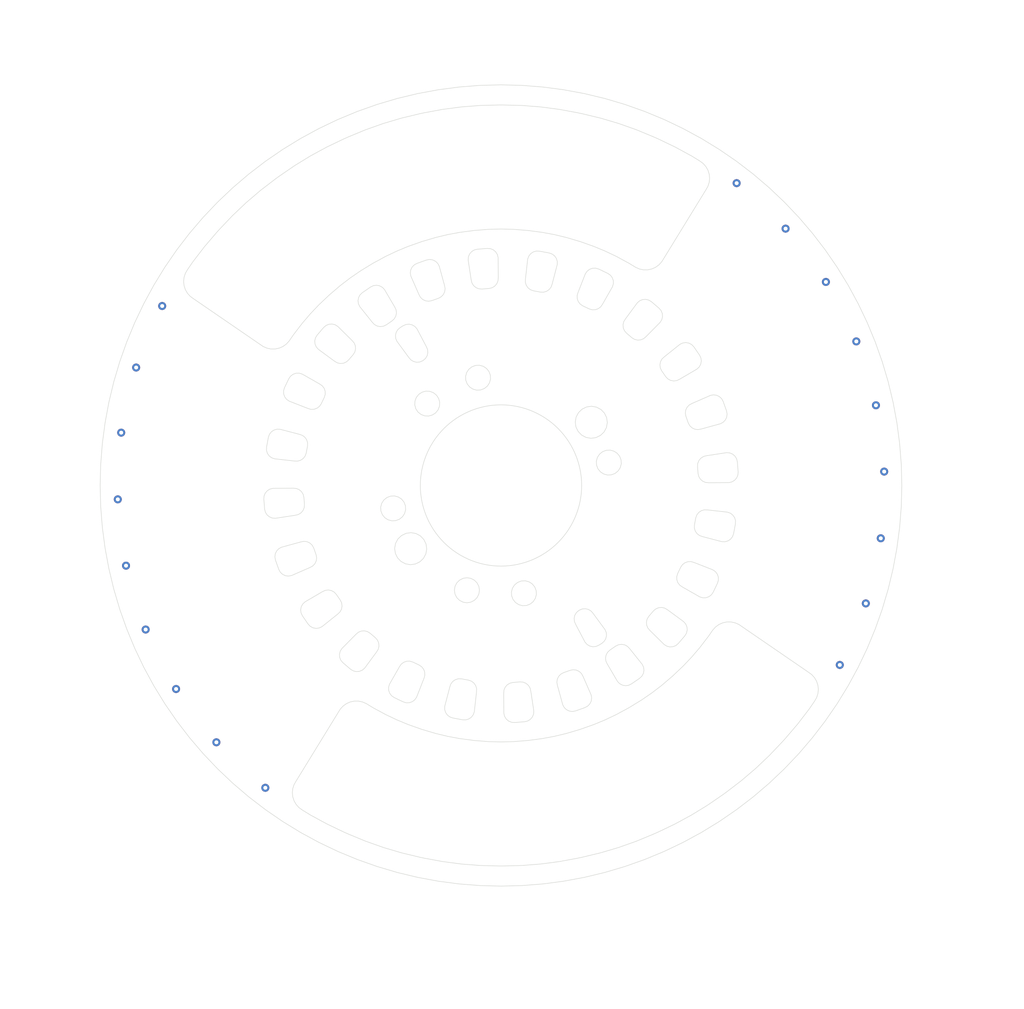
<source format=kicad_pcb>
(kicad_pcb (version 20210722) (generator pcbnew)

  (general
    (thickness 1.6)
  )

  (paper "A4")
  (layers
    (0 "F.Cu" signal)
    (31 "B.Cu" signal)
    (32 "B.Adhes" user "B.Adhesive")
    (33 "F.Adhes" user "F.Adhesive")
    (34 "B.Paste" user)
    (35 "F.Paste" user)
    (36 "B.SilkS" user "B.Silkscreen")
    (37 "F.SilkS" user "F.Silkscreen")
    (38 "B.Mask" user)
    (39 "F.Mask" user)
    (44 "Edge.Cuts" user)
    (45 "Margin" user)
    (46 "B.CrtYd" user "B.Courtyard")
    (47 "F.CrtYd" user "F.Courtyard")
    (48 "B.Fab" user)
    (49 "F.Fab" user)
    (57 "User.8" user)
  )

  (setup
    (stackup
      (layer "F.SilkS" (type "Top Silk Screen"))
      (layer "F.Paste" (type "Top Solder Paste"))
      (layer "F.Mask" (type "Top Solder Mask") (color "Green") (thickness 0.01))
      (layer "F.Cu" (type "copper") (thickness 0.035))
      (layer "dielectric 1" (type "core") (thickness 1.51) (material "FR4") (epsilon_r 4.5) (loss_tangent 0.02))
      (layer "B.Cu" (type "copper") (thickness 0.035))
      (layer "B.Mask" (type "Bottom Solder Mask") (color "Green") (thickness 0.01))
      (layer "B.Paste" (type "Bottom Solder Paste"))
      (layer "B.SilkS" (type "Bottom Silk Screen"))
      (copper_finish "None")
      (dielectric_constraints no)
    )
    (pad_to_mask_clearance 0)
    (aux_axis_origin 139.9668 89.966)
    (grid_origin 139.9668 89.966)
    (pcbplotparams
      (layerselection 0x00010fc_ffffffff)
      (disableapertmacros false)
      (usegerberextensions false)
      (usegerberattributes true)
      (usegerberadvancedattributes true)
      (creategerberjobfile true)
      (svguseinch false)
      (svgprecision 6)
      (excludeedgelayer true)
      (plotframeref false)
      (viasonmask false)
      (mode 1)
      (useauxorigin false)
      (hpglpennumber 1)
      (hpglpenspeed 20)
      (hpglpendiameter 15.000000)
      (dxfpolygonmode true)
      (dxfimperialunits true)
      (dxfusepcbnewfont true)
      (psnegative false)
      (psa4output false)
      (plotreference true)
      (plotvalue true)
      (plotinvisibletext false)
      (sketchpadsonfab false)
      (subtractmaskfromsilk false)
      (outputformat 1)
      (mirror false)
      (drillshape 0)
      (scaleselection 1)
      (outputdirectory "")
    )
  )

  (net 0 "")
  (net 1 "GND")

  (gr_rect (start 91.9568 41.606) (end 187.2068 132.706) (layer "B.Mask") (width 0.15) (fill solid) (tstamp 5c29986e-d0b2-4b61-af9b-5eab60f193ce))
  (gr_rect (start 91.8068 41.756) (end 187.0568 133.056) (layer "F.Mask") (width 0.15) (fill solid) (tstamp 038ad88a-730c-4f0c-9915-db1f41bedc73))
  (gr_poly locked
    (pts

      (xy 160.430587 89.701976)
      (xy 160.14149 89.582244)
      (xy 159.903591 89.379055)
      (xy 159.740089 89.112289)
      (xy 159.667087 88.808063)
      (xy 159.611389 88.100631)
      (xy 159.63599 87.788722)
      (xy 159.755687 87.499671)
      (xy 159.958889 87.26176)
      (xy 160.225688 87.098293)
      (xy 160.529888 87.025253)
      (xy 162.512386 86.72388)
      (xy 162.824291 86.748432)
      (xy 163.113288 86.868164)
      (xy 163.351188 87.071353)
      (xy 163.51469 87.338111)
      (xy 163.587688 87.642341)
      (xy 163.666088 88.638683)
      (xy 163.64159 88.95058)
      (xy 163.521888 89.239639)
      (xy 163.318691 89.477546)
      (xy 163.051891 89.641021)
      (xy 162.747688 89.714057)
      (xy 160.742488 89.726524)
      (xy 160.430587 89.701976)
    ) (layer "Edge.Cuts") (width 0.049999) (fill none) (tstamp 01bf519c-cbf5-49e1-b2e1-e61d62d3060d))
  (gr_poly locked
    (pts

      (xy 148.854362 106.031688)
      (xy 148.586181 105.870586)
      (xy 148.38092 105.634487)
      (xy 147.448303 103.85889)
      (xy 147.326053 103.570888)
      (xy 147.298782 103.259193)
      (xy 147.369163 102.954391)
      (xy 147.530303 102.686191)
      (xy 147.766433 102.480892)
      (xy 147.813182 102.45169)
      (xy 148.101173 102.32949)
      (xy 148.412853 102.302192)
      (xy 148.7177 102.372592)
      (xy 148.985881 102.533691)
      (xy 149.191143 102.76979)
      (xy 150.378192 104.386386)
      (xy 150.500492 104.674388)
      (xy 150.527694 104.986087)
      (xy 150.45729 105.290988)
      (xy 150.296192 105.559089)
      (xy 150.060092 105.764389)
      (xy 149.758892 105.952587)
      (xy 149.470893 106.074787)
      (xy 149.15921 106.102088)
      (xy 148.854362 106.031688)
    ) (layer "Edge.Cuts") (width 0.049999) (fill none) (tstamp 055049d0-6ccf-45e1-9b72-534091027715))
  (gr_poly locked
    (pts

      (xy 128.731994 93.428951)
      (xy 128.403993 93.215953)
      (xy 128.157793 92.912021)
      (xy 128.017694 92.546913)
      (xy 127.997194 92.15636)
      (xy 128.098394 91.778602)
      (xy 128.311395 91.450611)
      (xy 128.615394 91.20449)
      (xy 128.980493 91.064331)
      (xy 129.370994 91.043872)
      (xy 129.748794 91.145092)
      (xy 130.076784 91.358093)
      (xy 130.322904 91.662021)
      (xy 130.463054 92.027133)
      (xy 130.483524 92.417682)
      (xy 130.382303 92.79544)
      (xy 130.169303 93.123432)
      (xy 129.865394 93.369552)
      (xy 129.500295 93.5097)
      (xy 129.109693 93.530174)
      (xy 128.731994 93.428951)
    ) (layer "Edge.Cuts") (width 0.049999) (fill none) (tstamp 066a476c-e6b2-4c78-9db0-539bfca773ec))
  (gr_poly locked
    (pts

      (xy 132.379661 83.04808)
      (xy 132.014553 82.907932)
      (xy 131.710624 82.661811)
      (xy 131.497625 82.333824)
      (xy 131.396404 81.956064)
      (xy 131.416873 81.565515)
      (xy 131.557024 81.200403)
      (xy 131.803144 80.896474)
      (xy 132.131134 80.683473)
      (xy 132.508892 80.582254)
      (xy 132.89944 80.602714)
      (xy 133.264553 80.742874)
      (xy 133.568481 80.988985)
      (xy 133.781494 81.316984)
      (xy 133.882713 81.694744)
      (xy 133.862243 82.085292)
      (xy 133.722091 82.450401)
      (xy 133.475971 82.754333)
      (xy 133.147972 82.96733)
      (xy 132.77021 83.068553)
      (xy 132.379661 83.04808)
    ) (layer "Edge.Cuts") (width 0.049999) (fill none) (tstamp 1b1fd22c-9a2f-48ad-99a7-a99c109585bb))
  (gr_poly locked
    (pts

      (xy 118.484796 99.00727)
      (xy 118.202396 98.872581)
      (xy 117.975496 98.657211)
      (xy 117.826196 98.382263)
      (xy 117.492595 97.440162)
      (xy 117.435596 97.132534)
      (xy 117.476396 96.822341)
      (xy 117.611095 96.539951)
      (xy 117.826496 96.313003)
      (xy 118.101396 96.163711)
      (xy 120.035097 95.63269)
      (xy 120.342695 95.575672)
      (xy 120.652896 95.616512)
      (xy 120.935297 95.751201)
      (xy 121.162197 95.966571)
      (xy 121.311496 96.241523)
      (xy 121.548397 96.910442)
      (xy 121.605396 97.218082)
      (xy 121.564596 97.52827)
      (xy 121.429895 97.810661)
      (xy 121.214496 98.037601)
      (xy 120.939596 98.186893)
      (xy 119.102695 98.991104)
      (xy 118.794996 99.04811)
      (xy 118.484796 99.00727)
    ) (layer "Edge.Cuts") (width 0.049999) (fill none) (tstamp 24751bca-2e60-466d-a162-6bba925d5d86))
  (gr_poly locked
    (pts

      (xy 137.788722 70.363996)
      (xy 137.499671 70.244297)
      (xy 137.26176 70.041095)
      (xy 137.098293 69.774295)
      (xy 137.025253 69.470096)
      (xy 136.72388 67.487596)
      (xy 136.748432 67.175695)
      (xy 136.868164 66.886695)
      (xy 137.071353 66.648796)
      (xy 137.338111 66.485296)
      (xy 137.642341 66.412296)
      (xy 138.638683 66.333896)
      (xy 138.95058 66.358396)
      (xy 139.239639 66.478096)
      (xy 139.477546 66.681295)
      (xy 139.641021 66.948095)
      (xy 139.714057 67.252296)
      (xy 139.726524 69.257495)
      (xy 139.701976 69.569396)
      (xy 139.582244 69.858495)
      (xy 139.379055 70.096395)
      (xy 139.112289 70.259895)
      (xy 138.808063 70.332895)
      (xy 138.100631 70.388595)
      (xy 137.788722 70.363996)
    ) (layer "Edge.Cuts") (width 0.049999) (fill none) (tstamp 38b86aa0-2975-4904-a793-ea4629aa9585))
  (gr_poly locked
    (pts

      (xy 131.282285 77.627393)
      (xy 131.014104 77.466295)
      (xy 130.808843 77.230194)
      (xy 129.621793 75.613595)
      (xy 129.499494 75.325595)
      (xy 129.472293 75.013896)
      (xy 129.542694 74.708995)
      (xy 129.703794 74.440895)
      (xy 129.939893 74.235595)
      (xy 130.241094 74.047397)
      (xy 130.529094 73.925195)
      (xy 130.840774 73.897895)
      (xy 131.145624 73.968296)
      (xy 131.413805 74.129396)
      (xy 131.619064 74.365497)
      (xy 132.551681 76.141096)
      (xy 132.673931 76.429096)
      (xy 132.701202 76.740793)
      (xy 132.630821 77.045595)
      (xy 132.46968 77.313795)
      (xy 132.233551 77.519094)
      (xy 132.186801 77.548294)
      (xy 131.898813 77.670494)
      (xy 131.587133 77.697793)
      (xy 131.282285 77.627393)
    ) (layer "Edge.Cuts") (width 0.049999) (fill none) (tstamp 3ed5861f-bccf-4f55-85d7-b1c6b151082f))
  (gr_poly locked
    (pts

      (xy 139.790935 127.988983)
      (xy 137.906841 127.939682)
      (xy 136.027912 127.791786)
      (xy 134.159294 127.545783)
      (xy 132.306114 127.202384)
      (xy 131.897144 127.115386)
      (xy 130.064474 126.675384)
      (xy 128.257394 126.140083)
      (xy 126.480695 125.510986)
      (xy 124.739395 124.789688)
      (xy 124.357496 124.619689)
      (xy 122.656295 123.808288)
      (xy 122.145896 123.531082)
      (xy 122.094696 123.50328)
      (xy 121.941295 123.419982)
      (xy 121.685997 123.281486)
      (xy 121.329696 123.087982)
      (xy 120.999996 122.908981)
      (xy 120.883996 122.837882)
      (xy 120.375597 122.526382)
      (xy 120.179796 122.40628)
      (xy 119.841495 122.160583)
      (xy 119.561796 121.849884)
      (xy 119.352695 121.487785)
      (xy 119.223495 121.090087)
      (xy 119.179796 120.674285)
      (xy 119.223495 120.258483)
      (xy 119.352695 119.860786)
      (xy 119.561796 119.498687)
      (xy 119.795597 119.117485)
      (xy 120.194496 118.467384)
      (xy 120.643196 117.736083)
      (xy 121.140596 116.925483)
      (xy 121.685195 116.037887)
      (xy 122.275495 115.075683)
      (xy 122.909996 114.041488)
      (xy 123.586896 112.93819)
      (xy 123.953096 112.341388)
      (xy 124.232894 112.030689)
      (xy 124.571197 111.784889)
      (xy 124.953096 111.614788)
      (xy 125.362094 111.527889)
      (xy 125.780197 111.527889)
      (xy 126.189197 111.614788)
      (xy 126.571197 111.784889)
      (xy 127.199995 112.170188)
      (xy 128.469894 112.859687)
      (xy 129.585294 113.391788)
      (xy 130.727075 113.864688)
      (xy 132.08916 114.346984)
      (xy 133.47462 114.757385)
      (xy 134.676303 115.045883)
      (xy 135.891464 115.271186)
      (xy 137.324062 115.459785)
      (xy 138.764572 115.573081)
      (xy 140 115.605484)
      (xy 141.235412 115.573081)
      (xy 142.675922 115.459785)
      (xy 144.10852 115.271186)
      (xy 145.323673 115.045883)
      (xy 146.525363 114.757385)
      (xy 147.910823 114.346984)
      (xy 149.272911 113.864688)
      (xy 150.414691 113.391788)
      (xy 151.53009 112.859687)
      (xy 152.799991 112.170188)
      (xy 154.031986 111.415287)
      (xy 155.050487 110.71529)
      (xy 156.030986 109.962886)
      (xy 157.129688 109.024486)
      (xy 158.17789 108.029888)
      (xy 159.028591 107.133388)
      (xy 159.831188 106.193691)
      (xy 160.710788 105.04729)
      (xy 161.128589 104.439487)
      (xy 161.40829 104.128787)
      (xy 161.746585 103.882987)
      (xy 162.128589 103.712989)
      (xy 162.537487 103.625988)
      (xy 162.955688 103.625988)
      (xy 163.364589 103.712989)
      (xy 163.746585 103.882987)
      (xy 164.323883 104.279289)
      (xy 165.390983 105.01189)
      (xy 166.391281 105.698589)
      (xy 167.321983 106.33749)
      (xy 168.18048 106.926788)
      (xy 168.964584 107.465087)
      (xy 169.671981 107.950687)
      (xy 170.300781 108.382289)
      (xy 170.669486 108.635387)
      (xy 171.007682 108.881191)
      (xy 171.287483 109.19189)
      (xy 171.496582 109.553989)
      (xy 171.625785 109.951686)
      (xy 171.669486 110.367488)
      (xy 171.625785 110.78329)
      (xy 171.496582 111.180988)
      (xy 171.287483 111.543087)
      (xy 171.157386 111.732387)
      (xy 170.819686 112.22369)
      (xy 170.742584 112.335788)
      (xy 170.514183 112.633487)
      (xy 170.267387 112.955188)
      (xy 170.090583 113.185588)
      (xy 169.984382 113.324089)
      (xy 169.948883 113.370288)
      (xy 169.595283 113.831089)
      (xy 168.371185 115.264282)
      (xy 168.091484 115.574981)
      (xy 166.794082 116.942085)
      (xy 165.426986 118.239486)
      (xy 163.993785 119.463485)
      (xy 162.498489 120.610885)
      (xy 162.160289 120.856689)
      (xy 160.60699 121.924186)
      (xy 158.999988 122.908981)
      (xy 157.343688 123.808288)
      (xy 155.64249 124.619689)
      (xy 155.260589 124.789688)
      (xy 153.51929 125.510986)
      (xy 151.742591 126.140083)
      (xy 149.935512 126.675384)
      (xy 148.102844 127.115386)
      (xy 147.69387 127.202384)
      (xy 145.84069 127.545783)
      (xy 143.972072 127.791786)
      (xy 142.093143 127.939682)
      (xy 140.209049 127.988983)
      (xy 139.790935 127.988983)
    ) (layer "Edge.Cuts") (width 0.049999) (fill none) (tstamp 42aba98f-33d1-4a59-9e75-c7fed38d48c6))
  (gr_poly locked
    (pts

      (xy 123.646495 77.750093)
      (xy 123.379695 77.586595)
      (xy 121.764795 76.397895)
      (xy 121.561595 76.159996)
      (xy 121.441896 75.870996)
      (xy 121.417295 75.559097)
      (xy 121.490396 75.254795)
      (xy 121.653795 74.988096)
      (xy 122.302896 74.228096)
      (xy 122.540796 74.024896)
      (xy 122.829896 73.905195)
      (xy 123.141796 73.880596)
      (xy 123.445995 73.953695)
      (xy 123.712795 74.117095)
      (xy 125.139495 75.526195)
      (xy 125.342697 75.764095)
      (xy 125.462396 76.053195)
      (xy 125.486896 76.365097)
      (xy 125.413896 76.669294)
      (xy 125.250396 76.936094)
      (xy 124.789596 77.475694)
      (xy 124.551696 77.678894)
      (xy 124.262596 77.798593)
      (xy 123.950696 77.823095)
      (xy 123.646495 77.750093)
    ) (layer "Edge.Cuts") (width 0.049999) (fill none) (tstamp 455d1b75-0370-49cd-adb5-27665ac8a5e4))
  (gr_poly locked
    (pts

      (xy 136.172351 113.394187)
      (xy 135.189662 113.212085)
      (xy 134.894741 113.107585)
      (xy 134.646533 112.917186)
      (xy 134.469322 112.65929)
      (xy 134.380462 112.359287)
      (xy 134.388652 112.046588)
      (xy 134.895591 110.106487)
      (xy 135.00003 109.811588)
      (xy 135.19049 109.563289)
      (xy 135.448333 109.386089)
      (xy 135.748321 109.29729)
      (xy 136.06108 109.305488)
      (xy 136.758823 109.434787)
      (xy 137.053741 109.539188)
      (xy 137.301963 109.729686)
      (xy 137.479171 109.987487)
      (xy 137.568031 110.287487)
      (xy 137.559841 110.600288)
      (xy 137.337841 112.593189)
      (xy 137.233402 112.888088)
      (xy 137.042942 113.136287)
      (xy 136.785102 113.313488)
      (xy 136.485111 113.402385)
      (xy 136.172351 113.394187)
    ) (layer "Edge.Cuts") (width 0.049999) (fill none) (tstamp 45e676b4-8bb7-45d7-81dc-3f5dfd178413))
  (gr_poly locked
    (pts

      (xy 152.111793 109.933288)
      (xy 151.836791 109.784088)
      (xy 151.62149 109.557086)
      (xy 150.608093 107.826786)
      (xy 150.473392 107.544387)
      (xy 150.432491 107.234188)
      (xy 150.489593 106.926586)
      (xy 150.638793 106.651588)
      (xy 150.865791 106.43629)
      (xy 151.450592 106.03429)
      (xy 151.732994 105.899589)
      (xy 152.04319 105.858787)
      (xy 152.350791 105.91579)
      (xy 152.625793 106.06509)
      (xy 152.841091 106.291988)
      (xy 154.093387 107.858188)
      (xy 154.228088 108.14059)
      (xy 154.268886 108.450786)
      (xy 154.211887 108.758388)
      (xy 154.062587 109.03339)
      (xy 153.835689 109.24879)
      (xy 153.011993 109.814788)
      (xy 152.729591 109.949489)
      (xy 152.419391 109.99039)
      (xy 152.111793 109.933288)
    ) (layer "Edge.Cuts") (width 0.049999) (fill none) (tstamp 4a49bbd4-83db-4af2-92e8-9aa3bda0ae7b))
  (gr_poly locked
    (pts

      (xy 141.049404 113.64159)
      (xy 140.760345 113.521888)
      (xy 140.522438 113.318691)
      (xy 140.358963 113.051891)
      (xy 140.285926 112.747688)
      (xy 140.27346 110.742488)
      (xy 140.298007 110.430587)
      (xy 140.417739 110.14149)
      (xy 140.620929 109.903591)
      (xy 140.887695 109.740089)
      (xy 141.191921 109.667087)
      (xy 141.899353 109.611389)
      (xy 142.211261 109.63599)
      (xy 142.500312 109.755687)
      (xy 142.738224 109.958889)
      (xy 142.901691 110.225688)
      (xy 142.974731 110.529888)
      (xy 143.276103 112.512386)
      (xy 143.251552 112.824291)
      (xy 143.13182 113.113288)
      (xy 142.92863 113.351188)
      (xy 142.661872 113.51469)
      (xy 142.357643 113.587688)
      (xy 141.361301 113.666088)
      (xy 141.049404 113.64159)
    ) (layer "Edge.Cuts") (width 0.049999) (fill none) (tstamp 4ee79663-a181-46c5-855a-486cb2d14c8a))
  (gr_poly locked
    (pts

      (xy 119.399696 87.559841)
      (xy 117.406795 87.337841)
      (xy 117.111896 87.233402)
      (xy 116.863697 87.042942)
      (xy 116.686496 86.785102)
      (xy 116.597597 86.485111)
      (xy 116.605796 86.172351)
      (xy 116.787897 85.189662)
      (xy 116.892396 84.894741)
      (xy 117.082796 84.646533)
      (xy 117.340696 84.469322)
      (xy 117.640695 84.380462)
      (xy 117.953395 84.388652)
      (xy 119.893495 84.895591)
      (xy 120.188396 85.00003)
      (xy 120.436697 85.19049)
      (xy 120.613895 85.448333)
      (xy 120.702695 85.748321)
      (xy 120.694496 86.06108)
      (xy 120.565196 86.758823)
      (xy 120.460796 87.053741)
      (xy 120.270296 87.301963)
      (xy 120.012496 87.479171)
      (xy 119.712495 87.568031)
      (xy 119.399696 87.559841)
    ) (layer "Edge.Cuts") (width 0.049999) (fill none) (tstamp 57761186-88b7-4de7-b1f4-f5032a59d369))
  (gr_poly locked
    (pts

      (xy 156.926586 79.510393)
      (xy 156.651588 79.361194)
      (xy 156.43629 79.134195)
      (xy 156.03429 78.549394)
      (xy 155.899589 78.266994)
      (xy 155.858787 77.956794)
      (xy 155.91579 77.649194)
      (xy 156.06509 77.374193)
      (xy 156.291988 77.158895)
      (xy 157.858188 75.906597)
      (xy 158.14059 75.771896)
      (xy 158.450786 75.731096)
      (xy 158.758388 75.788097)
      (xy 159.03339 75.937397)
      (xy 159.24879 76.164295)
      (xy 159.814788 76.987993)
      (xy 159.949489 77.270395)
      (xy 159.99039 77.580595)
      (xy 159.933288 77.888193)
      (xy 159.784088 78.163194)
      (xy 159.557086 78.378494)
      (xy 157.826786 79.391893)
      (xy 157.544387 79.526594)
      (xy 157.234188 79.567495)
      (xy 156.926586 79.510393)
    ) (layer "Edge.Cuts") (width 0.049999) (fill none) (tstamp 60fd6147-a525-4600-8486-317ee6a12371))
  (gr_poly locked
    (pts

      (xy 143.938903 70.694496)
      (xy 143.241161 70.565196)
      (xy 142.946243 70.460796)
      (xy 142.69802 70.270296)
      (xy 142.520812 70.012496)
      (xy 142.431953 69.712495)
      (xy 142.440143 69.399696)
      (xy 142.662143 67.406795)
      (xy 142.766582 67.111896)
      (xy 142.957042 66.863697)
      (xy 143.214881 66.686496)
      (xy 143.514873 66.597597)
      (xy 143.827632 66.605796)
      (xy 144.810321 66.787897)
      (xy 145.105243 66.892396)
      (xy 145.35345 67.082796)
      (xy 145.530662 67.340696)
      (xy 145.619522 67.640695)
      (xy 145.611331 67.953395)
      (xy 145.104393 69.893495)
      (xy 144.999954 70.188396)
      (xy 144.809494 70.436697)
      (xy 144.551651 70.613895)
      (xy 144.251663 70.702695)
      (xy 143.938903 70.694496)
    ) (layer "Edge.Cuts") (width 0.049999) (fill none) (tstamp 655d7c30-d635-48a1-b0af-61e7a3dd3801))
  (gr_poly locked
    (pts

      (xy 141.778602 101.901592)
      (xy 141.450611 101.688591)
      (xy 141.20449 101.38459)
      (xy 141.064331 101.019493)
      (xy 141.043872 100.62899)
      (xy 141.145092 100.25119)
      (xy 141.358093 99.923202)
      (xy 141.662021 99.677082)
      (xy 142.027133 99.536933)
      (xy 142.417682 99.516464)
      (xy 142.79544 99.617683)
      (xy 143.123432 99.83068)
      (xy 143.369552 100.13459)
      (xy 143.5097 100.499691)
      (xy 143.530174 100.890293)
      (xy 143.428951 101.26799)
      (xy 143.215953 101.595993)
      (xy 142.912021 101.842193)
      (xy 142.546913 101.982292)
      (xy 142.15636 102.002792)
      (xy 141.778602 101.901592)
    ) (layer "Edge.Cuts") (width 0.049999) (fill none) (tstamp 67843b95-6220-4be5-b535-b31517dff242))
  (gr_poly locked
    (pts

      (xy 162.046588 95.611331)
      (xy 160.106487 95.104393)
      (xy 159.811588 94.999954)
      (xy 159.563289 94.809494)
      (xy 159.386089 94.551651)
      (xy 159.29729 94.251663)
      (xy 159.305488 93.938903)
      (xy 159.434787 93.241161)
      (xy 159.539188 92.946243)
      (xy 159.729686 92.69802)
      (xy 159.987487 92.520812)
      (xy 160.287487 92.431953)
      (xy 160.600288 92.440143)
      (xy 162.593189 92.662143)
      (xy 162.888088 92.766582)
      (xy 163.136287 92.957042)
      (xy 163.313488 93.214881)
      (xy 163.402385 93.514873)
      (xy 163.394187 93.827632)
      (xy 163.212085 94.810321)
      (xy 163.107585 95.105243)
      (xy 162.917186 95.35345)
      (xy 162.65929 95.530662)
      (xy 162.359287 95.619522)
      (xy 162.046588 95.611331)
    ) (layer "Edge.Cuts") (width 0.049999) (fill none) (tstamp 68a57cd8-4acd-45b6-bedf-e104d695e0a3))
  (gr_poly locked
    (pts

      (xy 153.330692 75.413896)
      (xy 153.063892 75.250396)
      (xy 152.524291 74.789596)
      (xy 152.32109 74.551696)
      (xy 152.201393 74.262596)
      (xy 152.176891 73.950696)
      (xy 152.249893 73.646495)
      (xy 152.413391 73.379695)
      (xy 153.602088 71.764795)
      (xy 153.839988 71.561595)
      (xy 154.128986 71.441896)
      (xy 154.440887 71.417295)
      (xy 154.745189 71.490396)
      (xy 155.01189 71.653795)
      (xy 155.771888 72.302896)
      (xy 155.975086 72.540796)
      (xy 156.094791 72.829896)
      (xy 156.119388 73.141796)
      (xy 156.046291 73.445995)
      (xy 155.882888 73.712795)
      (xy 154.473789 75.139495)
      (xy 154.235889 75.342697)
      (xy 153.946788 75.462396)
      (xy 153.634887 75.486896)
      (xy 153.330692 75.413896)
    ) (layer "Edge.Cuts") (width 0.049999) (fill none) (tstamp 888f41e7-0f87-4c49-8e9c-3adcfbf901be))
  (gr_poly locked
    (pts

      (xy 146.822341 112.523586)
      (xy 146.539951 112.388889)
      (xy 146.313003 112.173488)
      (xy 146.163711 111.898586)
      (xy 145.63269 109.964885)
      (xy 145.575672 109.657291)
      (xy 145.616512 109.347087)
      (xy 145.751201 109.064685)
      (xy 145.966571 108.837787)
      (xy 146.241523 108.688488)
      (xy 146.910442 108.451587)
      (xy 147.218082 108.394588)
      (xy 147.52827 108.43539)
      (xy 147.810661 108.570087)
      (xy 148.037601 108.785488)
      (xy 148.186893 109.06039)
      (xy 148.991104 110.897289)
      (xy 149.04811 111.20499)
      (xy 149.00727 111.515186)
      (xy 148.872581 111.797588)
      (xy 148.657211 112.024486)
      (xy 148.382263 112.173786)
      (xy 147.440162 112.507389)
      (xy 147.132534 112.564388)
      (xy 146.822341 112.523586)
    ) (layer "Edge.Cuts") (width 0.049999) (fill none) (tstamp 8f138abf-5be4-4fcd-b9e5-7fb9d3339c36))
  (gr_poly locked
    (pts

      (xy 159.84299 101.12619)
      (xy 158.100288 100.134391)
      (xy 157.842388 99.957191)
      (xy 157.651889 99.708984)
      (xy 157.547489 99.414051)
      (xy 157.539287 99.101291)
      (xy 157.628189 98.801311)
      (xy 157.933689 98.160812)
      (xy 158.110889 97.902973)
      (xy 158.359088 97.712501)
      (xy 158.653987 97.60807)
      (xy 158.966789 97.599884)
      (xy 159.266788 97.688743)
      (xy 161.134288 98.418972)
      (xy 161.392189 98.596183)
      (xy 161.582588 98.844402)
      (xy 161.687088 99.13932)
      (xy 161.695285 99.452091)
      (xy 161.606388 99.752071)
      (xy 161.17609 100.65409)
      (xy 160.998889 100.911991)
      (xy 160.75069 101.102493)
      (xy 160.455787 101.206893)
      (xy 160.142986 101.215091)
      (xy 159.84299 101.12619)
    ) (layer "Edge.Cuts") (width 0.049999) (fill none) (tstamp 923d1216-1522-4269-8f66-5749b06c752f))
  (gr_poly locked
    (pts

      (xy 148.801311 72.371795)
      (xy 148.160812 72.066295)
      (xy 147.902973 71.889095)
      (xy 147.712501 71.640895)
      (xy 147.60807 71.345996)
      (xy 147.599884 71.033195)
      (xy 147.688743 70.733196)
      (xy 148.418972 68.865695)
      (xy 148.596183 68.607795)
      (xy 148.844402 68.417396)
      (xy 149.13932 68.312896)
      (xy 149.452091 68.304697)
      (xy 149.752071 68.393596)
      (xy 150.65409 68.823896)
      (xy 150.911991 69.001096)
      (xy 151.102493 69.249296)
      (xy 151.206893 69.544197)
      (xy 151.215091 69.856996)
      (xy 151.12619 70.156995)
      (xy 150.134391 71.899696)
      (xy 149.957191 72.157596)
      (xy 149.708984 72.348096)
      (xy 149.414051 72.452495)
      (xy 149.101291 72.460695)
      (xy 148.801311 72.371795)
    ) (layer "Edge.Cuts") (width 0.049999) (fill none) (tstamp 96c5d48a-a3b9-460b-8a4a-9cbfc1796de0))
  (gr_poly locked
    (pts

      (xy 125.254795 108.509586)
      (xy 124.988096 108.346187)
      (xy 124.228096 107.697086)
      (xy 124.024896 107.459186)
      (xy 123.905195 107.170085)
      (xy 123.880596 106.858188)
      (xy 123.953695 106.553989)
      (xy 124.117095 106.287189)
      (xy 125.526195 104.860488)
      (xy 125.764095 104.657287)
      (xy 126.053195 104.537586)
      (xy 126.365097 104.513088)
      (xy 126.669294 104.586086)
      (xy 126.936094 104.749588)
      (xy 127.475694 105.210388)
      (xy 127.678894 105.448287)
      (xy 127.798593 105.737388)
      (xy 127.823095 106.049289)
      (xy 127.750093 106.353488)
      (xy 127.586595 106.620288)
      (xy 126.397895 108.235187)
      (xy 126.159996 108.438388)
      (xy 125.870996 108.558086)
      (xy 125.559097 108.582691)
      (xy 125.254795 108.509586)
    ) (layer "Edge.Cuts") (width 0.049999) (fill none) (tstamp 9ad55c1a-52e4-4b70-adf5-7382893cfaa1))
  (gr_poly locked
    (pts

      (xy 159.347087 84.383472)
      (xy 159.064685 84.248783)
      (xy 158.837787 84.033412)
      (xy 158.688488 83.75846)
      (xy 158.451587 83.089542)
      (xy 158.394588 82.781902)
      (xy 158.43539 82.471714)
      (xy 158.570087 82.189323)
      (xy 158.785488 81.962385)
      (xy 159.06039 81.813093)
      (xy 160.897289 81.008884)
      (xy 161.20499 80.951875)
      (xy 161.515186 80.992713)
      (xy 161.797588 81.127405)
      (xy 162.024486 81.342775)
      (xy 162.173786 81.617723)
      (xy 162.507389 82.559822)
      (xy 162.564388 82.86745)
      (xy 162.523586 83.177642)
      (xy 162.388889 83.460033)
      (xy 162.173488 83.686981)
      (xy 161.898586 83.836273)
      (xy 159.964885 84.367294)
      (xy 159.657291 84.424312)
      (xy 159.347087 84.383472)
    ) (layer "Edge.Cuts") (width 0.049999) (fill none) (tstamp a507414e-bd3e-452a-a441-4e8876b139eb))
  (gr_poly locked
    (pts

      (xy 136.21453 101.65039)
      (xy 135.866073 101.472892)
      (xy 135.58953 101.196392)
      (xy 135.411983 100.847892)
      (xy 135.350803 100.461593)
      (xy 135.411983 100.075294)
      (xy 135.58953 99.726882)
      (xy 135.866073 99.45034)
      (xy 136.21453 99.272792)
      (xy 136.600803 99.211612)
      (xy 136.987071 99.272792)
      (xy 137.335533 99.45034)
      (xy 137.612071 99.726882)
      (xy 137.789623 100.075294)
      (xy 137.850803 100.461593)
      (xy 137.789623 100.847892)
      (xy 137.612071 101.196392)
      (xy 137.335533 101.472892)
      (xy 136.987071 101.65039)
      (xy 136.600803 101.711593)
      (xy 136.21453 101.65039)
    ) (layer "Edge.Cuts") (width 0.049999) (fill none) (tstamp a7990127-c7c3-498f-80c1-82db8d372ae4))
  (gr_poly locked
    (pts

      (xy 130.247915 111.606388)
      (xy 129.345893 111.17609)
      (xy 129.087995 110.998889)
      (xy 128.897493 110.75069)
      (xy 128.793094 110.455787)
      (xy 128.784894 110.142986)
      (xy 128.873794 109.84299)
      (xy 129.865594 108.100288)
      (xy 130.042795 107.842388)
      (xy 130.291004 107.651889)
      (xy 130.585935 107.547489)
      (xy 130.898694 107.539287)
      (xy 131.198675 107.628189)
      (xy 131.839174 107.933689)
      (xy 132.097011 108.110889)
      (xy 132.287483 108.359088)
      (xy 132.391914 108.653987)
      (xy 132.4001 108.966789)
      (xy 132.311241 109.266788)
      (xy 131.581014 111.134288)
      (xy 131.403802 111.392189)
      (xy 131.155584 111.582588)
      (xy 130.860664 111.687088)
      (xy 130.547895 111.695285)
      (xy 130.247915 111.606388)
    ) (layer "Edge.Cuts") (width 0.049999) (fill none) (tstamp ac25b1d8-b027-42e6-9966-e7922edcb16d))
  (gr_poly locked
    (pts

      (xy 117.175695 93.251552)
      (xy 116.886695 93.13182)
      (xy 116.648796 92.92863)
      (xy 116.485296 92.661872)
      (xy 116.412296 92.357643)
      (xy 116.333896 91.361301)
      (xy 116.358396 91.049404)
      (xy 116.478096 90.760345)
      (xy 116.681295 90.522438)
      (xy 116.948095 90.358963)
      (xy 117.252296 90.285926)
      (xy 119.257495 90.27346)
      (xy 119.569396 90.298007)
      (xy 119.858495 90.417739)
      (xy 120.096395 90.620929)
      (xy 120.259895 90.887695)
      (xy 120.332895 91.191921)
      (xy 120.388595 91.899353)
      (xy 120.363996 92.211261)
      (xy 120.244297 92.500312)
      (xy 120.041095 92.738224)
      (xy 119.774295 92.901691)
      (xy 119.470096 92.974731)
      (xy 117.487596 93.276103)
      (xy 117.175695 93.251552)
    ) (layer "Edge.Cuts") (width 0.049999) (fill none) (tstamp ad40ae96-2884-4482-9250-ae6114249483))
  (gr_poly locked
    (pts

      (xy 117.044296 76.373996)
      (xy 116.635396 76.286994)
      (xy 116.253396 76.116996)
      (xy 115.676096 75.720695)
      (xy 114.608996 74.988096)
      (xy 113.608696 74.301395)
      (xy 112.677997 73.662496)
      (xy 111.819498 73.073196)
      (xy 111.035398 72.534896)
      (xy 110.327997 72.049295)
      (xy 109.699197 71.617696)
      (xy 109.330497 71.364595)
      (xy 108.992298 71.118795)
      (xy 108.712497 70.808095)
      (xy 108.503398 70.445995)
      (xy 108.374198 70.048295)
      (xy 108.330497 69.632495)
      (xy 108.374198 69.216695)
      (xy 108.503398 68.818996)
      (xy 108.712497 68.456895)
      (xy 108.842597 68.267595)
      (xy 109.180297 67.776296)
      (xy 109.257398 67.664196)
      (xy 109.485797 67.366497)
      (xy 109.732597 67.044795)
      (xy 109.909399 66.814395)
      (xy 110.015598 66.675895)
      (xy 110.051097 66.629695)
      (xy 110.404697 66.168895)
      (xy 111.628797 64.735697)
      (xy 111.908498 64.424996)
      (xy 113.205898 63.057897)
      (xy 114.572997 61.760498)
      (xy 116.006196 60.536499)
      (xy 117.501495 59.389097)
      (xy 117.839696 59.143297)
      (xy 119.392995 58.075798)
      (xy 120.999996 57.090998)
      (xy 122.656295 56.191699)
      (xy 124.357496 55.380297)
      (xy 124.739395 55.210299)
      (xy 126.480695 54.488997)
      (xy 128.257394 53.8599)
      (xy 130.064474 53.324599)
      (xy 131.897144 52.884601)
      (xy 132.306114 52.797599)
      (xy 134.159294 52.4542)
      (xy 136.027912 52.208198)
      (xy 137.906841 52.060298)
      (xy 139.790935 52.011001)
      (xy 140.209049 52.011001)
      (xy 142.093143 52.060298)
      (xy 143.972072 52.208198)
      (xy 145.84069 52.4542)
      (xy 147.69387 52.797599)
      (xy 148.102844 52.884601)
      (xy 149.935512 53.324599)
      (xy 151.742591 53.8599)
      (xy 153.51929 54.488997)
      (xy 155.260589 55.210299)
      (xy 155.64249 55.380297)
      (xy 157.343688 56.191699)
      (xy 157.854087 56.468897)
      (xy 157.905288 56.496699)
      (xy 158.058689 56.58)
      (xy 158.313987 56.718496)
      (xy 158.670288 56.911997)
      (xy 158.999988 57.090998)
      (xy 159.115985 57.1621)
      (xy 159.624385 57.473597)
      (xy 159.820186 57.593698)
      (xy 160.158489 57.839399)
      (xy 160.43819 58.150098)
      (xy 160.647289 58.512197)
      (xy 160.776489 58.909898)
      (xy 160.820186 59.325698)
      (xy 160.776489 59.741498)
      (xy 160.647289 60.139198)
      (xy 160.43819 60.501298)
      (xy 160.204387 60.882497)
      (xy 159.805488 61.532598)
      (xy 159.356788 62.263898)
      (xy 158.859386 63.074497)
      (xy 158.314788 63.962096)
      (xy 157.724491 64.924296)
      (xy 157.089988 65.958497)
      (xy 156.413089 67.061796)
      (xy 156.046886 67.658596)
      (xy 155.767089 67.969295)
      (xy 155.428787 68.215095)
      (xy 155.046886 68.385196)
      (xy 154.637889 68.472095)
      (xy 154.219787 68.472095)
      (xy 153.810787 68.385196)
      (xy 153.428787 68.215095)
      (xy 152.799991 67.829795)
      (xy 151.53009 67.140296)
      (xy 150.414691 66.608196)
      (xy 149.272911 66.135295)
      (xy 147.910823 65.652997)
      (xy 146.525363 65.242596)
      (xy 145.32368 64.954096)
      (xy 144.10852 64.728796)
      (xy 142.675922 64.540196)
      (xy 141.235412 64.426898)
      (xy 139.999984 64.394497)
      (xy 138.764572 64.426898)
      (xy 137.324062 64.540196)
      (xy 135.891464 64.728796)
      (xy 134.676311 64.954096)
      (xy 133.47462 65.242596)
      (xy 132.08916 65.652997)
      (xy 130.727075 66.135295)
      (xy 129.585294 66.608196)
      (xy 128.469894 67.140296)
      (xy 127.199995 67.829795)
      (xy 125.967996 68.584695)
      (xy 124.949497 69.284696)
      (xy 123.968996 70.037096)
      (xy 122.870296 70.975496)
      (xy 121.822095 71.970096)
      (xy 120.971395 72.866596)
      (xy 120.168796 73.806295)
      (xy 119.289196 74.952695)
      (xy 118.871397 75.560497)
      (xy 118.591695 75.871196)
      (xy 118.253396 76.116996)
      (xy 117.871397 76.286994)
      (xy 117.462495 76.373996)
      (xy 117.044296 76.373996)
    ) (layer "Edge.Cuts") (width 0.049999) (fill none) (tstamp b18cd086-8ae3-45aa-b5f7-4e770bf67489))
  (gr_poly locked
    (pts

      (xy 142.093433 129.94519)
      (xy 144.181133 129.780883)
      (xy 146.257373 129.507484)
      (xy 148.316463 129.125885)
      (xy 150.35279 128.636985)
      (xy 152.360691 128.042282)
      (xy 154.33469 127.343185)
      (xy 156.269489 126.541786)
      (xy 158.159587 125.640289)
      (xy 159.999988 124.640983)
      (xy 161.785587 123.546783)
      (xy 163.511386 122.360687)
      (xy 165.172782 121.085784)
      (xy 166.765182 119.725784)
      (xy 168.284286 118.284286)
      (xy 169.725784 116.765182)
      (xy 171.085784 115.172782)
      (xy 172.360687 113.511386)
      (xy 173.546783 111.785587)
      (xy 174.640983 109.999988)
      (xy 175.640289 108.159587)
      (xy 176.541786 106.269489)
      (xy 177.343185 104.33469)
      (xy 178.042282 102.360691)
      (xy 178.636985 100.35279)
      (xy 179.125885 98.316463)
      (xy 179.507484 96.257373)
      (xy 179.780883 94.181133)
      (xy 179.94519 92.093433)
      (xy 179.999984 89.999992)
      (xy 179.94519 87.906551)
      (xy 179.780883 85.818851)
      (xy 179.507484 83.74261)
      (xy 179.125885 81.683523)
      (xy 178.636985 79.647193)
      (xy 178.042282 77.639295)
      (xy 177.343185 75.665296)
      (xy 176.541786 73.730495)
      (xy 175.640289 71.840396)
      (xy 174.640983 69.999996)
      (xy 173.546783 68.214395)
      (xy 172.360687 66.488595)
      (xy 171.085784 64.827197)
      (xy 169.725784 63.234798)
      (xy 168.284286 61.715698)
      (xy 166.765182 60.274198)
      (xy 165.172782 58.914197)
      (xy 163.511386 57.639299)
      (xy 161.785587 56.4532)
      (xy 159.999988 55.359)
      (xy 158.159587 54.359698)
      (xy 156.269489 53.458197)
      (xy 154.33469 52.656798)
      (xy 152.360691 51.957698)
      (xy 150.35279 51.362998)
      (xy 148.316463 50.874099)
      (xy 146.257373 50.4925)
      (xy 144.181133 50.2191)
      (xy 142.093433 50.054798)
      (xy 139.999992 50)
      (xy 137.906551 50.054798)
      (xy 135.818851 50.2191)
      (xy 133.74261 50.4925)
      (xy 131.683523 50.874099)
      (xy 129.647193 51.362998)
      (xy 127.639295 51.957698)
      (xy 125.665296 52.656798)
      (xy 123.730495 53.458197)
      (xy 121.840396 54.359698)
      (xy 119.999996 55.359)
      (xy 118.214395 56.4532)
      (xy 116.488595 57.639299)
      (xy 114.827197 58.914197)
      (xy 113.234798 60.274198)
      (xy 111.715698 61.715698)
      (xy 110.274198 63.234798)
      (xy 108.914197 64.827197)
      (xy 107.639299 66.488595)
      (xy 106.4532 68.214395)
      (xy 105.359 69.999996)
      (xy 104.359698 71.840396)
      (xy 103.458197 73.730495)
      (xy 102.656798 75.665296)
      (xy 101.957698 77.639295)
      (xy 101.362998 79.647193)
      (xy 100.874099 81.683523)
      (xy 100.4925 83.74261)
      (xy 100.2191 85.818851)
      (xy 100.054798 87.906551)
      (xy 100 89.999992)
      (xy 100.054798 92.093433)
      (xy 100.2191 94.181133)
      (xy 100.4925 96.257373)
      (xy 100.874099 98.316463)
      (xy 101.362998 100.35279)
      (xy 101.957698 102.360691)
      (xy 102.656798 104.33469)
      (xy 103.458197 106.269489)
      (xy 104.359698 108.159587)
      (xy 105.359 109.999988)
      (xy 106.4532 111.785587)
      (xy 107.639299 113.511386)
      (xy 108.914197 115.172782)
      (xy 110.274198 116.765182)
      (xy 111.715698 118.284286)
      (xy 113.234798 119.725784)
      (xy 114.827197 121.085784)
      (xy 116.488595 122.360687)
      (xy 118.214395 123.546783)
      (xy 119.999996 124.640983)
      (xy 121.840396 125.640289)
      (xy 123.730495 126.541786)
      (xy 125.665296 127.343185)
      (xy 127.639295 128.042282)
      (xy 129.647193 128.636985)
      (xy 131.683523 129.125885)
      (xy 133.74261 129.507484)
      (xy 135.818851 129.780883)
      (xy 137.906551 129.94519)
      (xy 139.999992 129.999984)
      (xy 142.093433 129.94519)
    ) (layer "Edge.Cuts") (width 0.049999) (fill none) (tstamp b95b7a1d-cd03-40b0-948a-4e874413f1b4))
  (gr_poly locked
    (pts

      (xy 148.489753 85.203483)
      (xy 148.04776 84.968471)
      (xy 147.700023 84.608371)
      (xy 147.480571 84.158443)
      (xy 147.410911 83.662731)
      (xy 147.497833 83.169742)
      (xy 147.732841 82.727752)
      (xy 148.092941 82.380012)
      (xy 148.542873 82.16056)
      (xy 149.038593 82.090892)
      (xy 149.53157 82.177822)
      (xy 149.973571 82.412834)
      (xy 150.321292 82.772933)
      (xy 150.540794 83.22285)
      (xy 150.610393 83.71857)
      (xy 150.52349 84.211563)
      (xy 150.28849 84.653553)
      (xy 149.928382 85.001293)
      (xy 149.478462 85.220741)
      (xy 148.982742 85.290412)
      (xy 148.489753 85.203483)
    ) (layer "Edge.Cuts") (width 0.049999) (fill none) (tstamp d0ca901b-11f8-4607-9e62-d5798c641a0f))
  (gr_poly locked
    (pts

      (xy 120.733196 82.311241)
      (xy 118.865695 81.581014)
      (xy 118.607795 81.403802)
      (xy 118.417396 81.155584)
      (xy 118.312896 80.860664)
      (xy 118.304697 80.547895)
      (xy 118.393596 80.247915)
      (xy 118.823896 79.345893)
      (xy 119.001096 79.087995)
      (xy 119.249296 78.897493)
      (xy 119.544197 78.793094)
      (xy 119.856996 78.784894)
      (xy 120.156995 78.873794)
      (xy 121.899696 79.865594)
      (xy 122.157596 80.042795)
      (xy 122.348096 80.291004)
      (xy 122.452495 80.585935)
      (xy 122.460695 80.898694)
      (xy 122.371795 81.198675)
      (xy 122.066295 81.839174)
      (xy 121.889095 82.097011)
      (xy 121.640895 82.287483)
      (xy 121.345996 82.391914)
      (xy 121.033195 82.4001)
      (xy 120.733196 82.311241)
    ) (layer "Edge.Cuts") (width 0.049999) (fill none) (tstamp d5313104-9b5d-42fd-a2fa-afcf446ebd4a))
  (gr_poly locked
    (pts

      (xy 127.649194 74.084196)
      (xy 127.374193 73.934896)
      (xy 127.158895 73.707996)
      (xy 125.906597 72.141796)
      (xy 125.771896 71.859395)
      (xy 125.731096 71.549196)
      (xy 125.788097 71.241596)
      (xy 125.937397 70.966596)
      (xy 126.164295 70.751195)
      (xy 126.987993 70.185195)
      (xy 127.270395 70.050497)
      (xy 127.580595 70.009595)
      (xy 127.888193 70.066696)
      (xy 128.163194 70.215896)
      (xy 128.378494 70.442895)
      (xy 129.391893 72.173196)
      (xy 129.526594 72.455596)
      (xy 129.567495 72.765796)
      (xy 129.510393 73.073396)
      (xy 129.361194 73.348396)
      (xy 129.134195 73.563695)
      (xy 128.549394 73.965696)
      (xy 128.266994 74.100395)
      (xy 127.956794 74.141197)
      (xy 127.649194 74.084196)
    ) (layer "Edge.Cuts") (width 0.049999) (fill none) (tstamp da6f661c-bd7f-4a08-a82f-70a38acc0b78))
  (gr_poly locked
    (pts

      (xy 139.578689 98.038963)
      (xy 139.158538 98.005893)
      (xy 138.740692 97.950881)
      (xy 138.326301 97.874084)
      (xy 137.916503 97.775691)
      (xy 137.512401 97.65599)
      (xy 137.115131 97.515312)
      (xy 136.725761 97.354034)
      (xy 136.345371 97.172592)
      (xy 135.97499 96.971492)
      (xy 135.615653 96.751293)
      (xy 135.268321 96.51258)
      (xy 134.933963 96.256011)
      (xy 134.613491 95.982311)
      (xy 134.307781 95.692203)
      (xy 134.017673 95.386493)
      (xy 133.743972 95.06602)
      (xy 133.487403 94.731662)
      (xy 133.248691 94.38433)
      (xy 133.028491 94.024993)
      (xy 132.827392 93.654613)
      (xy 132.64595 93.274223)
      (xy 132.484672 92.884853)
      (xy 132.343994 92.487583)
      (xy 132.224292 92.08348)
      (xy 132.1259 91.673683)
      (xy 132.049102 91.259292)
      (xy 131.994092 90.841445)
      (xy 131.961023 90.421295)
      (xy 131.949995 89.999992)
      (xy 131.961023 89.578689)
      (xy 131.994092 89.158538)
      (xy 132.049102 88.740692)
      (xy 132.1259 88.326301)
      (xy 132.224292 87.916503)
      (xy 132.343994 87.512401)
      (xy 132.484672 87.115131)
      (xy 132.64595 86.725761)
      (xy 132.827392 86.345371)
      (xy 133.028491 85.97499)
      (xy 133.248691 85.615653)
      (xy 133.487403 85.268321)
      (xy 133.743972 84.933963)
      (xy 134.017673 84.613491)
      (xy 134.307781 84.307781)
      (xy 134.613491 84.017673)
      (xy 134.933963 83.743972)
      (xy 135.268321 83.487403)
      (xy 135.615653 83.248691)
      (xy 135.97499 83.028491)
      (xy 136.345371 82.827392)
      (xy 136.725761 82.64595)
      (xy 137.115131 82.484672)
      (xy 137.512401 82.343994)
      (xy 137.916503 82.224292)
      (xy 138.326301 82.1259)
      (xy 138.740692 82.049102)
      (xy 139.158538 81.994092)
      (xy 139.578689 81.961023)
      (xy 139.999992 81.949995)
      (xy 140.421295 81.961023)
      (xy 140.841445 81.994092)
      (xy 141.259292 82.049102)
      (xy 141.673683 82.1259)
      (xy 142.08348 82.224292)
      (xy 142.487583 82.343994)
      (xy 142.884853 82.484672)
      (xy 143.274223 82.64595)
      (xy 143.654613 82.827392)
      (xy 144.024993 83.028491)
      (xy 144.38433 83.248691)
      (xy 144.731662 83.487403)
      (xy 145.06602 83.743972)
      (xy 145.386493 84.017673)
      (xy 145.692203 84.307781)
      (xy 145.982311 84.613491)
      (xy 146.256011 84.933963)
      (xy 146.51258 85.268321)
      (xy 146.751293 85.615653)
      (xy 146.971492 85.97499)
      (xy 147.172592 86.345371)
      (xy 147.354034 86.725761)
      (xy 147.515312 87.115131)
      (xy 147.65599 87.512401)
      (xy 147.775691 87.916503)
      (xy 147.874084 88.326301)
      (xy 147.950881 88.740692)
      (xy 148.005893 89.158538)
      (xy 148.038963 89.578689)
      (xy 148.049991 89.999992)
      (xy 148.038963 90.421295)
      (xy 148.005893 90.841445)
      (xy 147.950881 91.259292)
      (xy 147.874084 91.673683)
      (xy 147.775691 92.08348)
      (xy 147.65599 92.487583)
      (xy 147.515312 92.884853)
      (xy 147.354034 93.274223)
      (xy 147.172592 93.654613)
      (xy 146.971492 94.024993)
      (xy 146.751293 94.38433)
      (xy 146.51258 94.731662)
      (xy 146.256011 95.06602)
      (xy 145.982311 95.386493)
      (xy 145.692203 95.692203)
      (xy 145.386493 95.982311)
      (xy 145.06602 96.256011)
      (xy 144.731662 96.51258)
      (xy 144.38433 96.751293)
      (xy 144.024993 96.971492)
      (xy 143.654613 97.172592)
      (xy 143.274223 97.354034)
      (xy 142.884853 97.515312)
      (xy 142.487583 97.65599)
      (xy 142.08348 97.775691)
      (xy 141.673683 97.874084)
      (xy 141.259292 97.950881)
      (xy 140.841445 98.005893)
      (xy 140.421295 98.038963)
      (xy 139.999992 98.049991)
      (xy 139.578689 98.038963)
    ) (layer "Edge.Cuts") (width 0.049999) (fill none) (tstamp f000806d-e182-4c20-b287-aa617c699f0e))
  (gr_poly locked
    (pts

      (xy 150.25119 88.854892)
      (xy 149.923202 88.641891)
      (xy 149.677082 88.337963)
      (xy 149.536933 87.97285)
      (xy 149.516464 87.582302)
      (xy 149.617683 87.204544)
      (xy 149.83068 86.876552)
      (xy 150.13459 86.630432)
      (xy 150.499691 86.490283)
      (xy 150.890293 86.46981)
      (xy 151.26799 86.571033)
      (xy 151.595993 86.78403)
      (xy 151.842193 87.087963)
      (xy 151.982292 87.453071)
      (xy 152.002792 87.843624)
      (xy 151.901592 88.221382)
      (xy 151.688591 88.549373)
      (xy 151.38459 88.795494)
      (xy 151.019493 88.935653)
      (xy 150.62899 88.956111)
      (xy 150.25119 88.854892)
    ) (layer "Edge.Cuts") (width 0.049999) (fill none) (tstamp f3f88ac5-0647-4290-bb47-4bdf76ff31b2))
  (gr_poly locked
    (pts

      (xy 137.204544 80.382303)
      (xy 136.876552 80.169303)
      (xy 136.630432 79.865394)
      (xy 136.490283 79.500295)
      (xy 136.46981 79.109693)
      (xy 136.571033 78.731994)
      (xy 136.78403 78.403993)
      (xy 137.087963 78.157793)
      (xy 137.453071 78.017694)
      (xy 137.843624 77.997194)
      (xy 138.221382 78.098394)
      (xy 138.549373 78.311395)
      (xy 138.795494 78.615394)
      (xy 138.935653 78.980493)
      (xy 138.956111 79.370994)
      (xy 138.854892 79.748794)
      (xy 138.641891 80.076784)
      (xy 138.337963 80.322904)
      (xy 137.97285 80.463054)
      (xy 137.582302 80.483524)
      (xy 137.204544 80.382303)
    ) (layer "Edge.Cuts") (width 0.049999) (fill none) (tstamp f6c5e57d-db2a-41c3-aa47-a49f1e1f4543))
  (gr_poly locked
    (pts

      (xy 132.471714 71.564596)
      (xy 132.189323 71.429895)
      (xy 131.962385 71.214496)
      (xy 131.813093 70.939596)
      (xy 131.008884 69.102695)
      (xy 130.951875 68.794996)
      (xy 130.992713 68.484796)
      (xy 131.127405 68.202396)
      (xy 131.342775 67.975496)
      (xy 131.617723 67.826196)
      (xy 132.559822 67.492595)
      (xy 132.86745 67.435596)
      (xy 133.177642 67.476396)
      (xy 133.460033 67.611095)
      (xy 133.686981 67.826496)
      (xy 133.836273 68.101396)
      (xy 134.367294 70.035097)
      (xy 134.424312 70.342695)
      (xy 134.383472 70.652896)
      (xy 134.248783 70.935297)
      (xy 134.033412 71.162197)
      (xy 133.75846 71.311496)
      (xy 133.089542 71.548397)
      (xy 132.781902 71.605396)
      (xy 132.471714 71.564596)
    ) (layer "Edge.Cuts") (width 0.049999) (fill none) (tstamp f75ba8fa-2046-4ba5-9642-f55dc85376e0))
  (gr_poly locked
    (pts

      (xy 121.241596 104.211887)
      (xy 120.966596 104.062587)
      (xy 120.751195 103.835689)
      (xy 120.185195 103.011993)
      (xy 120.050497 102.729591)
      (xy 120.009595 102.419391)
      (xy 120.066696 102.111793)
      (xy 120.215896 101.836791)
      (xy 120.442895 101.62149)
      (xy 122.173196 100.608093)
      (xy 122.455596 100.473392)
      (xy 122.765796 100.432491)
      (xy 123.073396 100.489593)
      (xy 123.348396 100.638793)
      (xy 123.563695 100.865791)
      (xy 123.965696 101.450592)
      (xy 124.100395 101.732994)
      (xy 124.141197 102.04319)
      (xy 124.084196 102.350791)
      (xy 123.934896 102.625793)
      (xy 123.707996 102.841091)
      (xy 122.141796 104.093387)
      (xy 121.859395 104.228088)
      (xy 121.549196 104.268886)
      (xy 121.241596 104.211887)
    ) (layer "Edge.Cuts") (width 0.049999) (fill none) (tstamp fac1a70d-e5c5-4774-a096-44a24c7bea0a))
  (gr_poly locked
    (pts

      (xy 130.468414 97.822162)
      (xy 130.026414 97.58715)
      (xy 129.678693 97.22705)
      (xy 129.459194 96.777133)
      (xy 129.389593 96.281414)
      (xy 129.476493 95.788421)
      (xy 129.711494 95.346431)
      (xy 130.071603 94.998691)
      (xy 130.521524 94.779243)
      (xy 131.017244 94.709571)
      (xy 131.510232 94.796501)
      (xy 131.952224 95.031513)
      (xy 132.299961 95.391613)
      (xy 132.519412 95.841541)
      (xy 132.589073 96.337253)
      (xy 132.502151 96.830242)
      (xy 132.267143 97.272232)
      (xy 131.907045 97.619972)
      (xy 131.457113 97.839424)
      (xy 130.961393 97.909091)
      (xy 130.468414 97.822162)
    ) (layer "Edge.Cuts") (width 0.049999) (fill none) (tstamp fdfe0a20-392a-481d-8a3b-c8801cf9476d))
  (gr_poly locked
    (pts

      (xy 156.553989 106.046291)
      (xy 156.287189 105.882888)
      (xy 154.860488 104.473789)
      (xy 154.657287 104.235889)
      (xy 154.537586 103.946788)
      (xy 154.513088 103.634887)
      (xy 154.586086 103.330692)
      (xy 154.749588 103.063892)
      (xy 155.210388 102.524291)
      (xy 155.448287 102.32109)
      (xy 155.737388 102.201393)
      (xy 156.049289 102.176891)
      (xy 156.353488 102.249893)
      (xy 156.620288 102.413391)
      (xy 158.235187 103.602088)
      (xy 158.438388 103.839988)
      (xy 158.558086 104.128986)
      (xy 158.582691 104.440887)
      (xy 158.509586 104.745189)
      (xy 158.346187 105.01189)
      (xy 157.697086 105.771888)
      (xy 157.459186 105.975086)
      (xy 157.170085 106.094791)
      (xy 156.858188 106.119388)
      (xy 156.553989 106.046291)
    ) (layer "Edge.Cuts") (width 0.049999) (fill none) (tstamp ffa61e99-82e6-4ed8-b7e3-c9ebdf266330))

  (via (at 106.190913 72.08187) (size 0.8) (drill 0.4) (layers "F.Cu" "B.Cu") (net 1) (tstamp 0063675a-2c5d-421f-adb5-28f871687edc))
  (via (at 178.238593 88.613013) (size 0.8) (drill 0.4) (layers "F.Cu" "B.Cu") (net 1) (tstamp 1beae90f-7387-4dff-95da-b5ac7d3c44bd))
  (via (at 176.406901 101.775027) (size 0.8) (drill 0.4) (layers "F.Cu" "B.Cu") (net 1) (tstamp 2341bcdb-4afc-48e8-bbf8-d369513a2a95))
  (via (at 107.577901 110.320463) (size 0.8) (drill 0.4) (layers "F.Cu" "B.Cu") (net 1) (tstamp 292cc4bf-c5bf-499d-a9d1-fd983c65f5aa))
  (via (at 102.101489 84.725854) (size 0.8) (drill 0.4) (layers "F.Cu" "B.Cu") (net 1) (tstamp 36a20ceb-55b4-43d3-8c94-92ccec2dad15))
  (via (at 103.593099 78.224973) (size 0.8) (drill 0.4) (layers "F.Cu" "B.Cu") (net 1) (tstamp 3b2d6915-4838-4e73-93f9-8b501e3e395d))
  (via (at 111.599076 115.641788) (size 0.8) (drill 0.4) (layers "F.Cu" "B.Cu") (net 1) (tstamp 3fe424f1-33de-4307-84fe-39c93dc445c3))
  (via (at 177.898511 95.274146) (size 0.8) (drill 0.4) (layers "F.Cu" "B.Cu") (net 1) (tstamp 4ae0d018-fe54-4357-9ebe-6e6014636d5c))
  (via (at 168.400924 64.358212) (size 0.8) (drill 0.4) (layers "F.Cu" "B.Cu") (net 1) (tstamp 763a0596-0454-459a-aa89-78f8f550e373))
  (via (at 177.416815 81.994022) (size 0.8) (drill 0.4) (layers "F.Cu" "B.Cu") (net 1) (tstamp 77481cdf-96a7-435e-ba82-bfaf2fc99e92))
  (via (at 104.541854 104.381711) (size 0.8) (drill 0.4) (layers "F.Cu" "B.Cu") (net 1) (tstamp 812898d1-a3a6-412e-b246-0593a4f2ce60))
  (via (at 175.458146 75.618289) (size 0.8) (drill 0.4) (layers "F.Cu" "B.Cu") (net 1) (tstamp 87031f19-6ebc-4a5c-90fc-e955d988b138))
  (via (at 116.4832 120.184) (size 0.8) (drill 0.4) (layers "F.Cu" "B.Cu") (net 1) (tstamp 89f88bd7-362a-4782-8096-db352cffd280))
  (via (at 101.761407 91.386987) (size 0.8) (drill 0.4) (layers "F.Cu" "B.Cu") (net 1) (tstamp b054dcd2-e4dd-4d89-8da7-52ba06a53bbd))
  (via (at 163.5168 59.816) (size 0.8) (drill 0.4) (layers "F.Cu" "B.Cu") (net 1) (tstamp b2e48117-1ec6-4c29-969c-4fcc94e07ea6))
  (via (at 173.809087 107.91813) (size 0.8) (drill 0.4) (layers "F.Cu" "B.Cu") (net 1) (tstamp b3d30a7f-b334-4879-bca9-394cd50da9c4))
  (via (at 172.422099 69.679537) (size 0.8) (drill 0.4) (layers "F.Cu" "B.Cu") (net 1) (tstamp cc4be21a-6470-44c9-a669-991a84634a5c))
  (via (at 102.583185 98.005978) (size 0.8) (drill 0.4) (layers "F.Cu" "B.Cu") (net 1) (tstamp eea61f67-beb1-4461-b2fd-a17b4d63739d))

  (zone locked (net 1) (net_name "GND") (layers F&B.Cu) (tstamp 5a5427d8-5786-4159-8065-035db405a322) (hatch edge 0.508)
    (connect_pads (clearance 0.1))
    (min_thickness 0.2) (filled_areas_thickness no)
    (fill yes (thermal_gap 0.508) (thermal_bridge_width 0.508))
    (polygon
      (pts
        (xy 192.2068 42.806)
        (xy 192.2068 141.106)
        (xy 90.0068 142.306)
        (xy 90.3068 42.506)
      )
    )
  )
  (group "" locked (id b1a93037-f281-4ae6-95a4-9ccb492961f7)
    (members
      01bf519c-cbf5-49e1-b2e1-e61d62d3060d
      055049d0-6ccf-45e1-9b72-534091027715
      066a476c-e6b2-4c78-9db0-539bfca773ec
      1b1fd22c-9a2f-48ad-99a7-a99c109585bb
      24751bca-2e60-466d-a162-6bba925d5d86
      38b86aa0-2975-4904-a793-ea4629aa9585
      3ed5861f-bccf-4f55-85d7-b1c6b151082f
      42aba98f-33d1-4a59-9e75-c7fed38d48c6
      455d1b75-0370-49cd-adb5-27665ac8a5e4
      45e676b4-8bb7-45d7-81dc-3f5dfd178413
      4a49bbd4-83db-4af2-92e8-9aa3bda0ae7b
      4ee79663-a181-46c5-855a-486cb2d14c8a
      57761186-88b7-4de7-b1f4-f5032a59d369
      60fd6147-a525-4600-8486-317ee6a12371
      655d7c30-d635-48a1-b0af-61e7a3dd3801
      67843b95-6220-4be5-b535-b31517dff242
      68a57cd8-4acd-45b6-bedf-e104d695e0a3
      888f41e7-0f87-4c49-8e9c-3adcfbf901be
      8f138abf-5be4-4fcd-b9e5-7fb9d3339c36
      923d1216-1522-4269-8f66-5749b06c752f
      96c5d48a-a3b9-460b-8a4a-9cbfc1796de0
      9ad55c1a-52e4-4b70-adf5-7382893cfaa1
      a507414e-bd3e-452a-a441-4e8876b139eb
      a7990127-c7c3-498f-80c1-82db8d372ae4
      ac25b1d8-b027-42e6-9966-e7922edcb16d
      ad40ae96-2884-4482-9250-ae6114249483
      b18cd086-8ae3-45aa-b5f7-4e770bf67489
      b95b7a1d-cd03-40b0-948a-4e874413f1b4
      d0ca901b-11f8-4607-9e62-d5798c641a0f
      d5313104-9b5d-42fd-a2fa-afcf446ebd4a
      da6f661c-bd7f-4a08-a82f-70a38acc0b78
      f000806d-e182-4c20-b287-aa617c699f0e
      f3f88ac5-0647-4290-bb47-4bdf76ff31b2
      f6c5e57d-db2a-41c3-aa47-a49f1e1f4543
      f75ba8fa-2046-4ba5-9642-f55dc85376e0
      fac1a70d-e5c5-4774-a096-44a24c7bea0a
      fdfe0a20-392a-481d-8a3b-c8801cf9476d
      ffa61e99-82e6-4ed8-b7e3-c9ebdf266330
    )
  )
)

</source>
